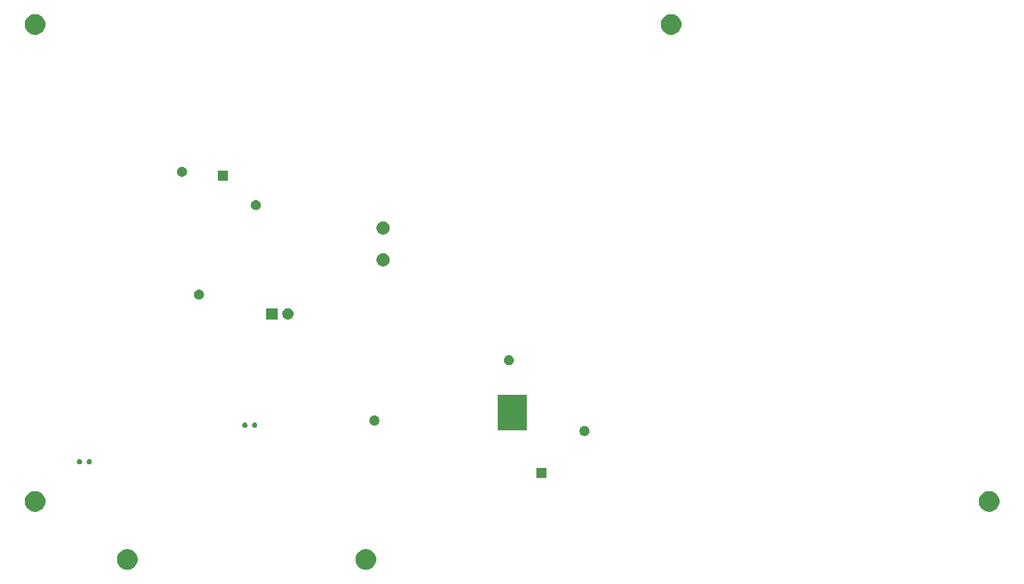
<source format=gbr>
G04 #@! TF.GenerationSoftware,KiCad,Pcbnew,(5.1.0)-1*
G04 #@! TF.CreationDate,2019-07-29T14:33:42-06:00*
G04 #@! TF.ProjectId,d4100_mod_board_full,64343130-305f-46d6-9f64-5f626f617264,rev?*
G04 #@! TF.SameCoordinates,Original*
G04 #@! TF.FileFunction,Soldermask,Bot*
G04 #@! TF.FilePolarity,Negative*
%FSLAX46Y46*%
G04 Gerber Fmt 4.6, Leading zero omitted, Abs format (unit mm)*
G04 Created by KiCad (PCBNEW (5.1.0)-1) date 2019-07-29 14:33:42*
%MOMM*%
%LPD*%
G04 APERTURE LIST*
%ADD10C,0.100000*%
G04 APERTURE END LIST*
D10*
G36*
X139192000Y-118364000D02*
G01*
X134620000Y-118364000D01*
X134620000Y-112776000D01*
X139192000Y-112776000D01*
X139192000Y-118364000D01*
G37*
X139192000Y-118364000D02*
X134620000Y-118364000D01*
X134620000Y-112776000D01*
X139192000Y-112776000D01*
X139192000Y-118364000D01*
G36*
X113938656Y-137430898D02*
G01*
X114044979Y-137452047D01*
X114345442Y-137576503D01*
X114615851Y-137757185D01*
X114845815Y-137987149D01*
X115026497Y-138257558D01*
X115150953Y-138558021D01*
X115214400Y-138876991D01*
X115214400Y-139202209D01*
X115150953Y-139521179D01*
X115026497Y-139821642D01*
X114845815Y-140092051D01*
X114615851Y-140322015D01*
X114345442Y-140502697D01*
X114044979Y-140627153D01*
X113938656Y-140648302D01*
X113726011Y-140690600D01*
X113400789Y-140690600D01*
X113188144Y-140648302D01*
X113081821Y-140627153D01*
X112781358Y-140502697D01*
X112510949Y-140322015D01*
X112280985Y-140092051D01*
X112100303Y-139821642D01*
X111975847Y-139521179D01*
X111912400Y-139202209D01*
X111912400Y-138876991D01*
X111975847Y-138558021D01*
X112100303Y-138257558D01*
X112280985Y-137987149D01*
X112510949Y-137757185D01*
X112781358Y-137576503D01*
X113081821Y-137452047D01*
X113188144Y-137430898D01*
X113400789Y-137388600D01*
X113726011Y-137388600D01*
X113938656Y-137430898D01*
X113938656Y-137430898D01*
G37*
G36*
X75838656Y-137430898D02*
G01*
X75944979Y-137452047D01*
X76245442Y-137576503D01*
X76515851Y-137757185D01*
X76745815Y-137987149D01*
X76926497Y-138257558D01*
X77050953Y-138558021D01*
X77114400Y-138876991D01*
X77114400Y-139202209D01*
X77050953Y-139521179D01*
X76926497Y-139821642D01*
X76745815Y-140092051D01*
X76515851Y-140322015D01*
X76245442Y-140502697D01*
X75944979Y-140627153D01*
X75838656Y-140648302D01*
X75626011Y-140690600D01*
X75300789Y-140690600D01*
X75088144Y-140648302D01*
X74981821Y-140627153D01*
X74681358Y-140502697D01*
X74410949Y-140322015D01*
X74180985Y-140092051D01*
X74000303Y-139821642D01*
X73875847Y-139521179D01*
X73812400Y-139202209D01*
X73812400Y-138876991D01*
X73875847Y-138558021D01*
X74000303Y-138257558D01*
X74180985Y-137987149D01*
X74410949Y-137757185D01*
X74681358Y-137576503D01*
X74981821Y-137452047D01*
X75088144Y-137430898D01*
X75300789Y-137388600D01*
X75626011Y-137388600D01*
X75838656Y-137430898D01*
X75838656Y-137430898D01*
G37*
G36*
X61106656Y-128159898D02*
G01*
X61212979Y-128181047D01*
X61513442Y-128305503D01*
X61783851Y-128486185D01*
X62013815Y-128716149D01*
X62194497Y-128986558D01*
X62318953Y-129287021D01*
X62382400Y-129605991D01*
X62382400Y-129931209D01*
X62318953Y-130250179D01*
X62194497Y-130550642D01*
X62013815Y-130821051D01*
X61783851Y-131051015D01*
X61513442Y-131231697D01*
X61212979Y-131356153D01*
X61106656Y-131377302D01*
X60894011Y-131419600D01*
X60568789Y-131419600D01*
X60356144Y-131377302D01*
X60249821Y-131356153D01*
X59949358Y-131231697D01*
X59678949Y-131051015D01*
X59448985Y-130821051D01*
X59268303Y-130550642D01*
X59143847Y-130250179D01*
X59080400Y-129931209D01*
X59080400Y-129605991D01*
X59143847Y-129287021D01*
X59268303Y-128986558D01*
X59448985Y-128716149D01*
X59678949Y-128486185D01*
X59949358Y-128305503D01*
X60249821Y-128181047D01*
X60356144Y-128159898D01*
X60568789Y-128117600D01*
X60894011Y-128117600D01*
X61106656Y-128159898D01*
X61106656Y-128159898D01*
G37*
G36*
X213506656Y-128159898D02*
G01*
X213612979Y-128181047D01*
X213913442Y-128305503D01*
X214183851Y-128486185D01*
X214413815Y-128716149D01*
X214594497Y-128986558D01*
X214718953Y-129287021D01*
X214782400Y-129605991D01*
X214782400Y-129931209D01*
X214718953Y-130250179D01*
X214594497Y-130550642D01*
X214413815Y-130821051D01*
X214183851Y-131051015D01*
X213913442Y-131231697D01*
X213612979Y-131356153D01*
X213506656Y-131377302D01*
X213294011Y-131419600D01*
X212968789Y-131419600D01*
X212756144Y-131377302D01*
X212649821Y-131356153D01*
X212349358Y-131231697D01*
X212078949Y-131051015D01*
X211848985Y-130821051D01*
X211668303Y-130550642D01*
X211543847Y-130250179D01*
X211480400Y-129931209D01*
X211480400Y-129605991D01*
X211543847Y-129287021D01*
X211668303Y-128986558D01*
X211848985Y-128716149D01*
X212078949Y-128486185D01*
X212349358Y-128305503D01*
X212649821Y-128181047D01*
X212756144Y-128159898D01*
X212968789Y-128117600D01*
X213294011Y-128117600D01*
X213506656Y-128159898D01*
X213506656Y-128159898D01*
G37*
G36*
X142406000Y-126023000D02*
G01*
X140804000Y-126023000D01*
X140804000Y-124421000D01*
X142406000Y-124421000D01*
X142406000Y-126023000D01*
X142406000Y-126023000D01*
G37*
G36*
X69515105Y-123015413D02*
G01*
X69591414Y-123047021D01*
X69660086Y-123092906D01*
X69718494Y-123151314D01*
X69764379Y-123219986D01*
X69795987Y-123296295D01*
X69812100Y-123377301D01*
X69812100Y-123459899D01*
X69795987Y-123540905D01*
X69764379Y-123617214D01*
X69718494Y-123685886D01*
X69660086Y-123744294D01*
X69591414Y-123790179D01*
X69515105Y-123821787D01*
X69434099Y-123837900D01*
X69351501Y-123837900D01*
X69270495Y-123821787D01*
X69194186Y-123790179D01*
X69125514Y-123744294D01*
X69067106Y-123685886D01*
X69021221Y-123617214D01*
X68989613Y-123540905D01*
X68973500Y-123459899D01*
X68973500Y-123377301D01*
X68989613Y-123296295D01*
X69021221Y-123219986D01*
X69067106Y-123151314D01*
X69125514Y-123092906D01*
X69194186Y-123047021D01*
X69270495Y-123015413D01*
X69351501Y-122999300D01*
X69434099Y-122999300D01*
X69515105Y-123015413D01*
X69515105Y-123015413D01*
G37*
G36*
X67940305Y-123015413D02*
G01*
X68016614Y-123047021D01*
X68085286Y-123092906D01*
X68143694Y-123151314D01*
X68189579Y-123219986D01*
X68221187Y-123296295D01*
X68237300Y-123377301D01*
X68237300Y-123459899D01*
X68221187Y-123540905D01*
X68189579Y-123617214D01*
X68143694Y-123685886D01*
X68085286Y-123744294D01*
X68016614Y-123790179D01*
X67940305Y-123821787D01*
X67859299Y-123837900D01*
X67776701Y-123837900D01*
X67695695Y-123821787D01*
X67619386Y-123790179D01*
X67550714Y-123744294D01*
X67492306Y-123685886D01*
X67446421Y-123617214D01*
X67414813Y-123540905D01*
X67398700Y-123459899D01*
X67398700Y-123377301D01*
X67414813Y-123296295D01*
X67446421Y-123219986D01*
X67492306Y-123151314D01*
X67550714Y-123092906D01*
X67619386Y-123047021D01*
X67695695Y-123015413D01*
X67776701Y-122999300D01*
X67859299Y-122999300D01*
X67940305Y-123015413D01*
X67940305Y-123015413D01*
G37*
G36*
X148722042Y-117746181D02*
G01*
X148867814Y-117806562D01*
X148867816Y-117806563D01*
X148999008Y-117894222D01*
X149110578Y-118005792D01*
X149198237Y-118136984D01*
X149198238Y-118136986D01*
X149258619Y-118282758D01*
X149289400Y-118437507D01*
X149289400Y-118595293D01*
X149258619Y-118750042D01*
X149198238Y-118895814D01*
X149198237Y-118895816D01*
X149110578Y-119027008D01*
X148999008Y-119138578D01*
X148867816Y-119226237D01*
X148867815Y-119226238D01*
X148867814Y-119226238D01*
X148722042Y-119286619D01*
X148567293Y-119317400D01*
X148409507Y-119317400D01*
X148254758Y-119286619D01*
X148108986Y-119226238D01*
X148108985Y-119226238D01*
X148108984Y-119226237D01*
X147977792Y-119138578D01*
X147866222Y-119027008D01*
X147778563Y-118895816D01*
X147778562Y-118895814D01*
X147718181Y-118750042D01*
X147687400Y-118595293D01*
X147687400Y-118437507D01*
X147718181Y-118282758D01*
X147778562Y-118136986D01*
X147778563Y-118136984D01*
X147866222Y-118005792D01*
X147977792Y-117894222D01*
X148108984Y-117806563D01*
X148108986Y-117806562D01*
X148254758Y-117746181D01*
X148409507Y-117715400D01*
X148567293Y-117715400D01*
X148722042Y-117746181D01*
X148722042Y-117746181D01*
G37*
G36*
X95931105Y-117173413D02*
G01*
X96007414Y-117205021D01*
X96076086Y-117250906D01*
X96134494Y-117309314D01*
X96180379Y-117377986D01*
X96211987Y-117454295D01*
X96228100Y-117535301D01*
X96228100Y-117617899D01*
X96211987Y-117698905D01*
X96180379Y-117775214D01*
X96134494Y-117843886D01*
X96076086Y-117902294D01*
X96007414Y-117948179D01*
X95931105Y-117979787D01*
X95850099Y-117995900D01*
X95767501Y-117995900D01*
X95686495Y-117979787D01*
X95610186Y-117948179D01*
X95541514Y-117902294D01*
X95483106Y-117843886D01*
X95437221Y-117775214D01*
X95405613Y-117698905D01*
X95389500Y-117617899D01*
X95389500Y-117535301D01*
X95405613Y-117454295D01*
X95437221Y-117377986D01*
X95483106Y-117309314D01*
X95541514Y-117250906D01*
X95610186Y-117205021D01*
X95686495Y-117173413D01*
X95767501Y-117157300D01*
X95850099Y-117157300D01*
X95931105Y-117173413D01*
X95931105Y-117173413D01*
G37*
G36*
X94356305Y-117173413D02*
G01*
X94432614Y-117205021D01*
X94501286Y-117250906D01*
X94559694Y-117309314D01*
X94605579Y-117377986D01*
X94637187Y-117454295D01*
X94653300Y-117535301D01*
X94653300Y-117617899D01*
X94637187Y-117698905D01*
X94605579Y-117775214D01*
X94559694Y-117843886D01*
X94501286Y-117902294D01*
X94432614Y-117948179D01*
X94356305Y-117979787D01*
X94275299Y-117995900D01*
X94192701Y-117995900D01*
X94111695Y-117979787D01*
X94035386Y-117948179D01*
X93966714Y-117902294D01*
X93908306Y-117843886D01*
X93862421Y-117775214D01*
X93830813Y-117698905D01*
X93814700Y-117617899D01*
X93814700Y-117535301D01*
X93830813Y-117454295D01*
X93862421Y-117377986D01*
X93908306Y-117309314D01*
X93966714Y-117250906D01*
X94035386Y-117205021D01*
X94111695Y-117173413D01*
X94192701Y-117157300D01*
X94275299Y-117157300D01*
X94356305Y-117173413D01*
X94356305Y-117173413D01*
G37*
G36*
X115168642Y-116069781D02*
G01*
X115314414Y-116130162D01*
X115314416Y-116130163D01*
X115445608Y-116217822D01*
X115557178Y-116329392D01*
X115644837Y-116460584D01*
X115644838Y-116460586D01*
X115705219Y-116606358D01*
X115736000Y-116761107D01*
X115736000Y-116918893D01*
X115705219Y-117073642D01*
X115663892Y-117173413D01*
X115644837Y-117219416D01*
X115557178Y-117350608D01*
X115445608Y-117462178D01*
X115314416Y-117549837D01*
X115314415Y-117549838D01*
X115314414Y-117549838D01*
X115168642Y-117610219D01*
X115013893Y-117641000D01*
X114856107Y-117641000D01*
X114701358Y-117610219D01*
X114555586Y-117549838D01*
X114555585Y-117549838D01*
X114555584Y-117549837D01*
X114424392Y-117462178D01*
X114312822Y-117350608D01*
X114225163Y-117219416D01*
X114206108Y-117173413D01*
X114164781Y-117073642D01*
X114134000Y-116918893D01*
X114134000Y-116761107D01*
X114164781Y-116606358D01*
X114225162Y-116460586D01*
X114225163Y-116460584D01*
X114312822Y-116329392D01*
X114424392Y-116217822D01*
X114555584Y-116130163D01*
X114555586Y-116130162D01*
X114701358Y-116069781D01*
X114856107Y-116039000D01*
X115013893Y-116039000D01*
X115168642Y-116069781D01*
X115168642Y-116069781D01*
G37*
G36*
X136657042Y-106443181D02*
G01*
X136802814Y-106503562D01*
X136802816Y-106503563D01*
X136934008Y-106591222D01*
X137045578Y-106702792D01*
X137133237Y-106833984D01*
X137133238Y-106833986D01*
X137193619Y-106979758D01*
X137224400Y-107134507D01*
X137224400Y-107292293D01*
X137193619Y-107447042D01*
X137133238Y-107592814D01*
X137133237Y-107592816D01*
X137045578Y-107724008D01*
X136934008Y-107835578D01*
X136802816Y-107923237D01*
X136802815Y-107923238D01*
X136802814Y-107923238D01*
X136657042Y-107983619D01*
X136502293Y-108014400D01*
X136344507Y-108014400D01*
X136189758Y-107983619D01*
X136043986Y-107923238D01*
X136043985Y-107923238D01*
X136043984Y-107923237D01*
X135912792Y-107835578D01*
X135801222Y-107724008D01*
X135713563Y-107592816D01*
X135713562Y-107592814D01*
X135653181Y-107447042D01*
X135622400Y-107292293D01*
X135622400Y-107134507D01*
X135653181Y-106979758D01*
X135713562Y-106833986D01*
X135713563Y-106833984D01*
X135801222Y-106702792D01*
X135912792Y-106591222D01*
X136043984Y-106503563D01*
X136043986Y-106503562D01*
X136189758Y-106443181D01*
X136344507Y-106412400D01*
X136502293Y-106412400D01*
X136657042Y-106443181D01*
X136657042Y-106443181D01*
G37*
G36*
X101227842Y-98902118D02*
G01*
X101294027Y-98908637D01*
X101463866Y-98960157D01*
X101620391Y-99043822D01*
X101656129Y-99073152D01*
X101757586Y-99156414D01*
X101840848Y-99257871D01*
X101870178Y-99293609D01*
X101953843Y-99450134D01*
X102005363Y-99619973D01*
X102022759Y-99796600D01*
X102005363Y-99973227D01*
X101953843Y-100143066D01*
X101870178Y-100299591D01*
X101840848Y-100335329D01*
X101757586Y-100436786D01*
X101656129Y-100520048D01*
X101620391Y-100549378D01*
X101463866Y-100633043D01*
X101294027Y-100684563D01*
X101227842Y-100691082D01*
X101161660Y-100697600D01*
X101073140Y-100697600D01*
X101006957Y-100691081D01*
X100940773Y-100684563D01*
X100770934Y-100633043D01*
X100614409Y-100549378D01*
X100578671Y-100520048D01*
X100477214Y-100436786D01*
X100393952Y-100335329D01*
X100364622Y-100299591D01*
X100280957Y-100143066D01*
X100229437Y-99973227D01*
X100212041Y-99796600D01*
X100229437Y-99619973D01*
X100280957Y-99450134D01*
X100364622Y-99293609D01*
X100393952Y-99257871D01*
X100477214Y-99156414D01*
X100578671Y-99073152D01*
X100614409Y-99043822D01*
X100770934Y-98960157D01*
X100940773Y-98908637D01*
X101006957Y-98902119D01*
X101073140Y-98895600D01*
X101161660Y-98895600D01*
X101227842Y-98902118D01*
X101227842Y-98902118D01*
G37*
G36*
X99478400Y-100697600D02*
G01*
X97676400Y-100697600D01*
X97676400Y-98895600D01*
X99478400Y-98895600D01*
X99478400Y-100697600D01*
X99478400Y-100697600D01*
G37*
G36*
X87152442Y-95952981D02*
G01*
X87298214Y-96013362D01*
X87298216Y-96013363D01*
X87429408Y-96101022D01*
X87540978Y-96212592D01*
X87628637Y-96343784D01*
X87628638Y-96343786D01*
X87689019Y-96489558D01*
X87719800Y-96644307D01*
X87719800Y-96802093D01*
X87689019Y-96956842D01*
X87628638Y-97102614D01*
X87628637Y-97102616D01*
X87540978Y-97233808D01*
X87429408Y-97345378D01*
X87298216Y-97433037D01*
X87298215Y-97433038D01*
X87298214Y-97433038D01*
X87152442Y-97493419D01*
X86997693Y-97524200D01*
X86839907Y-97524200D01*
X86685158Y-97493419D01*
X86539386Y-97433038D01*
X86539385Y-97433038D01*
X86539384Y-97433037D01*
X86408192Y-97345378D01*
X86296622Y-97233808D01*
X86208963Y-97102616D01*
X86208962Y-97102614D01*
X86148581Y-96956842D01*
X86117800Y-96802093D01*
X86117800Y-96644307D01*
X86148581Y-96489558D01*
X86208962Y-96343786D01*
X86208963Y-96343784D01*
X86296622Y-96212592D01*
X86408192Y-96101022D01*
X86539384Y-96013363D01*
X86539386Y-96013362D01*
X86685158Y-95952981D01*
X86839907Y-95922200D01*
X86997693Y-95922200D01*
X87152442Y-95952981D01*
X87152442Y-95952981D01*
G37*
G36*
X116628404Y-90157609D02*
G01*
X116819673Y-90236835D01*
X116819675Y-90236836D01*
X116991813Y-90351855D01*
X117138205Y-90498247D01*
X117253225Y-90670387D01*
X117332451Y-90861656D01*
X117372840Y-91064704D01*
X117372840Y-91271736D01*
X117332451Y-91474784D01*
X117253225Y-91666053D01*
X117253224Y-91666055D01*
X117138205Y-91838193D01*
X116991813Y-91984585D01*
X116819675Y-92099604D01*
X116819674Y-92099605D01*
X116819673Y-92099605D01*
X116628404Y-92178831D01*
X116425356Y-92219220D01*
X116218324Y-92219220D01*
X116015276Y-92178831D01*
X115824007Y-92099605D01*
X115824006Y-92099605D01*
X115824005Y-92099604D01*
X115651867Y-91984585D01*
X115505475Y-91838193D01*
X115390456Y-91666055D01*
X115390455Y-91666053D01*
X115311229Y-91474784D01*
X115270840Y-91271736D01*
X115270840Y-91064704D01*
X115311229Y-90861656D01*
X115390455Y-90670387D01*
X115505475Y-90498247D01*
X115651867Y-90351855D01*
X115824005Y-90236836D01*
X115824007Y-90236835D01*
X116015276Y-90157609D01*
X116218324Y-90117220D01*
X116425356Y-90117220D01*
X116628404Y-90157609D01*
X116628404Y-90157609D01*
G37*
G36*
X116628404Y-85077609D02*
G01*
X116819673Y-85156835D01*
X116819675Y-85156836D01*
X116991813Y-85271855D01*
X117138205Y-85418247D01*
X117253225Y-85590387D01*
X117332451Y-85781656D01*
X117372840Y-85984704D01*
X117372840Y-86191736D01*
X117332451Y-86394784D01*
X117253225Y-86586053D01*
X117253224Y-86586055D01*
X117138205Y-86758193D01*
X116991813Y-86904585D01*
X116819675Y-87019604D01*
X116819674Y-87019605D01*
X116819673Y-87019605D01*
X116628404Y-87098831D01*
X116425356Y-87139220D01*
X116218324Y-87139220D01*
X116015276Y-87098831D01*
X115824007Y-87019605D01*
X115824006Y-87019605D01*
X115824005Y-87019604D01*
X115651867Y-86904585D01*
X115505475Y-86758193D01*
X115390456Y-86586055D01*
X115390455Y-86586053D01*
X115311229Y-86394784D01*
X115270840Y-86191736D01*
X115270840Y-85984704D01*
X115311229Y-85781656D01*
X115390455Y-85590387D01*
X115505475Y-85418247D01*
X115651867Y-85271855D01*
X115824005Y-85156836D01*
X115824007Y-85156835D01*
X116015276Y-85077609D01*
X116218324Y-85037220D01*
X116425356Y-85037220D01*
X116628404Y-85077609D01*
X116628404Y-85077609D01*
G37*
G36*
X96245642Y-81652781D02*
G01*
X96391414Y-81713162D01*
X96391416Y-81713163D01*
X96522608Y-81800822D01*
X96634178Y-81912392D01*
X96721837Y-82043584D01*
X96721838Y-82043586D01*
X96782219Y-82189358D01*
X96813000Y-82344107D01*
X96813000Y-82501893D01*
X96782219Y-82656642D01*
X96721838Y-82802414D01*
X96721837Y-82802416D01*
X96634178Y-82933608D01*
X96522608Y-83045178D01*
X96391416Y-83132837D01*
X96391415Y-83132838D01*
X96391414Y-83132838D01*
X96245642Y-83193219D01*
X96090893Y-83224000D01*
X95933107Y-83224000D01*
X95778358Y-83193219D01*
X95632586Y-83132838D01*
X95632585Y-83132838D01*
X95632584Y-83132837D01*
X95501392Y-83045178D01*
X95389822Y-82933608D01*
X95302163Y-82802416D01*
X95302162Y-82802414D01*
X95241781Y-82656642D01*
X95211000Y-82501893D01*
X95211000Y-82344107D01*
X95241781Y-82189358D01*
X95302162Y-82043586D01*
X95302163Y-82043584D01*
X95389822Y-81912392D01*
X95501392Y-81800822D01*
X95632584Y-81713163D01*
X95632586Y-81713162D01*
X95778358Y-81652781D01*
X95933107Y-81622000D01*
X96090893Y-81622000D01*
X96245642Y-81652781D01*
X96245642Y-81652781D01*
G37*
G36*
X91552660Y-78489440D02*
G01*
X89950660Y-78489440D01*
X89950660Y-76887440D01*
X91552660Y-76887440D01*
X91552660Y-78489440D01*
X91552660Y-78489440D01*
G37*
G36*
X84421942Y-76331481D02*
G01*
X84567714Y-76391862D01*
X84567716Y-76391863D01*
X84698908Y-76479522D01*
X84810478Y-76591092D01*
X84898137Y-76722284D01*
X84898138Y-76722286D01*
X84958519Y-76868058D01*
X84989300Y-77022807D01*
X84989300Y-77180593D01*
X84958519Y-77335342D01*
X84898138Y-77481114D01*
X84898137Y-77481116D01*
X84810478Y-77612308D01*
X84698908Y-77723878D01*
X84567716Y-77811537D01*
X84567715Y-77811538D01*
X84567714Y-77811538D01*
X84421942Y-77871919D01*
X84267193Y-77902700D01*
X84109407Y-77902700D01*
X83954658Y-77871919D01*
X83808886Y-77811538D01*
X83808885Y-77811538D01*
X83808884Y-77811537D01*
X83677692Y-77723878D01*
X83566122Y-77612308D01*
X83478463Y-77481116D01*
X83478462Y-77481114D01*
X83418081Y-77335342D01*
X83387300Y-77180593D01*
X83387300Y-77022807D01*
X83418081Y-76868058D01*
X83478462Y-76722286D01*
X83478463Y-76722284D01*
X83566122Y-76591092D01*
X83677692Y-76479522D01*
X83808884Y-76391863D01*
X83808886Y-76391862D01*
X83954658Y-76331481D01*
X84109407Y-76300700D01*
X84267193Y-76300700D01*
X84421942Y-76331481D01*
X84421942Y-76331481D01*
G37*
G36*
X61106656Y-51959898D02*
G01*
X61212979Y-51981047D01*
X61513442Y-52105503D01*
X61783851Y-52286185D01*
X62013815Y-52516149D01*
X62194497Y-52786558D01*
X62318953Y-53087021D01*
X62382400Y-53405991D01*
X62382400Y-53731209D01*
X62318953Y-54050179D01*
X62194497Y-54350642D01*
X62013815Y-54621051D01*
X61783851Y-54851015D01*
X61513442Y-55031697D01*
X61212979Y-55156153D01*
X61106656Y-55177302D01*
X60894011Y-55219600D01*
X60568789Y-55219600D01*
X60356144Y-55177302D01*
X60249821Y-55156153D01*
X59949358Y-55031697D01*
X59678949Y-54851015D01*
X59448985Y-54621051D01*
X59268303Y-54350642D01*
X59143847Y-54050179D01*
X59080400Y-53731209D01*
X59080400Y-53405991D01*
X59143847Y-53087021D01*
X59268303Y-52786558D01*
X59448985Y-52516149D01*
X59678949Y-52286185D01*
X59949358Y-52105503D01*
X60249821Y-51981047D01*
X60356144Y-51959898D01*
X60568789Y-51917600D01*
X60894011Y-51917600D01*
X61106656Y-51959898D01*
X61106656Y-51959898D01*
G37*
G36*
X162706656Y-51959898D02*
G01*
X162812979Y-51981047D01*
X163113442Y-52105503D01*
X163383851Y-52286185D01*
X163613815Y-52516149D01*
X163794497Y-52786558D01*
X163918953Y-53087021D01*
X163982400Y-53405991D01*
X163982400Y-53731209D01*
X163918953Y-54050179D01*
X163794497Y-54350642D01*
X163613815Y-54621051D01*
X163383851Y-54851015D01*
X163113442Y-55031697D01*
X162812979Y-55156153D01*
X162706656Y-55177302D01*
X162494011Y-55219600D01*
X162168789Y-55219600D01*
X161956144Y-55177302D01*
X161849821Y-55156153D01*
X161549358Y-55031697D01*
X161278949Y-54851015D01*
X161048985Y-54621051D01*
X160868303Y-54350642D01*
X160743847Y-54050179D01*
X160680400Y-53731209D01*
X160680400Y-53405991D01*
X160743847Y-53087021D01*
X160868303Y-52786558D01*
X161048985Y-52516149D01*
X161278949Y-52286185D01*
X161549358Y-52105503D01*
X161849821Y-51981047D01*
X161956144Y-51959898D01*
X162168789Y-51917600D01*
X162494011Y-51917600D01*
X162706656Y-51959898D01*
X162706656Y-51959898D01*
G37*
M02*

</source>
